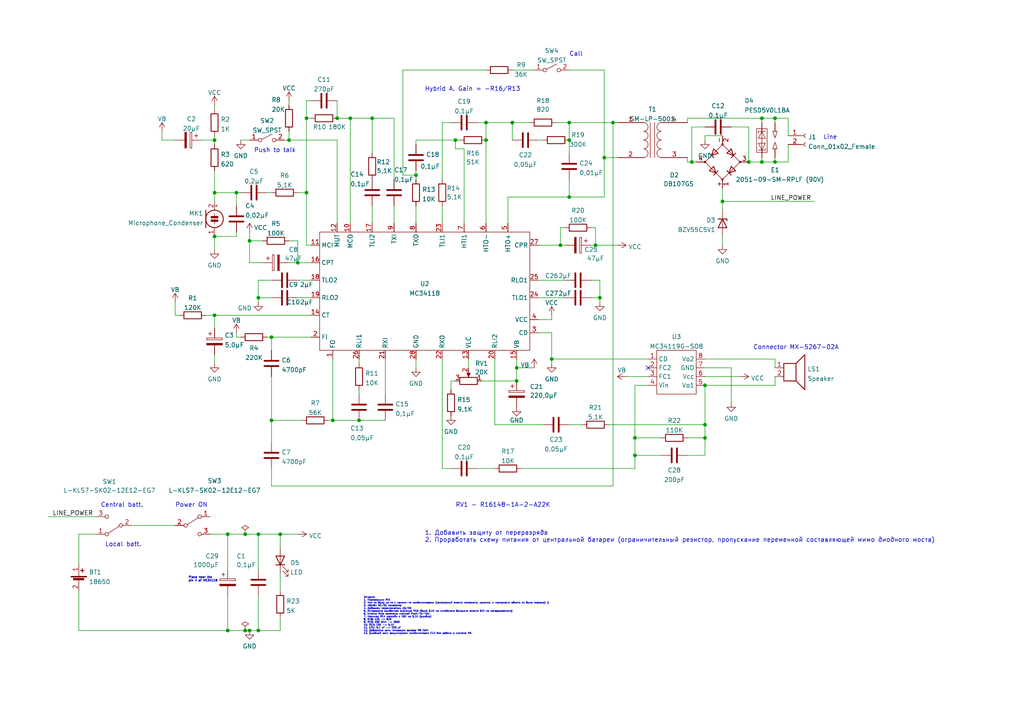
<source format=kicad_sch>
(kicad_sch (version 20211123) (generator eeschema)
  (paper "A4")
  (lib_symbols
    (symbol "Connector:Conn_01x02_Female" (pin_names (offset 1.016) hide)
      (property "Reference" "J" (at 0 2.54 0))
      (property "Value" "Conn_01x02_Female" (at 0 -5.08 0))
      (symbol "Conn_01x02_Female_1_1"
        (pin passive line (at -5.08 0 0) (length 3.81) (name "Pin_1") (number "1"))
        (pin passive line (at -5.08 -2.54 0) (length 3.81) (name "Pin_2") (number "2"))
      )
    )
    (symbol "Device:Battery_Cell" (pin_names (offset 0) hide)
      (property "Reference" "BT" (at 2.54 2.54 0))
      (property "Value" "Battery_Cell" (at 2.54 0 0))
      (symbol "Battery_Cell_1_1"
        (pin passive line (at 0 5.08 270) (length 2.54) (name "+") (number "1"))
        (pin passive line (at 0 -2.54 90) (length 2.54) (name "-") (number "2"))
      )
    )
    (symbol "Device:C" (pin_numbers hide) (pin_names (offset 0.254))
      (property "Reference" "C" (at 0.635 2.54 0))
      (property "Value" "C" (at 0.635 -2.54 0))
      (symbol "C_1_1"
        (pin passive line (at 0 3.81 270) (length 2.794) (name "~") (number "1"))
        (pin passive line (at 0 -3.81 90) (length 2.794) (name "~") (number "2"))
      )
    )
    (symbol "Device:C_Polarized" (pin_numbers hide) (pin_names (offset 0.254))
      (property "Reference" "C" (at 0.635 2.54 0))
      (property "Value" "C_Polarized" (at 0.635 -2.54 0))
      (symbol "C_Polarized_1_1"
        (pin passive line (at 0 3.81 270) (length 2.794) (name "~") (number "1"))
        (pin passive line (at 0 -3.81 90) (length 2.794) (name "~") (number "2"))
      )
    )
    (symbol "Device:D_Bridge_+-AA" (pin_names (offset 0))
      (property "Reference" "D" (at 2.54 6.985 0))
      (property "Value" "D_Bridge_+-AA" (at 2.54 5.08 0))
      (symbol "D_Bridge_+-AA_1_1"
        (pin passive line (at 7.62 0 180) (length 2.54) (name "+") (number "1"))
        (pin passive line (at -7.62 0 0) (length 2.54) (name "-") (number "2"))
        (pin passive line (at 0 7.62 270) (length 2.54) (name "~") (number "3"))
        (pin passive line (at 0 -7.62 90) (length 2.54) (name "~") (number "4"))
      )
    )
    (symbol "Device:LED" (pin_numbers hide) (pin_names (offset 1.016) hide)
      (property "Reference" "D" (at 0 2.54 0))
      (property "Value" "LED" (at 0 -2.54 0))
      (symbol "LED_1_1"
        (pin passive line (at -3.81 0 0) (length 2.54) (name "K") (number "1"))
        (pin passive line (at 3.81 0 180) (length 2.54) (name "A") (number "2"))
      )
    )
    (symbol "Device:Microphone_Condenser" (pin_names (offset 0.0254) hide)
      (property "Reference" "MK" (at -3.302 1.27 0))
      (property "Value" "Microphone_Condenser" (at -3.302 -0.635 0))
      (symbol "Microphone_Condenser_1_1"
        (pin passive line (at 0 -5.08 90) (length 2.54) (name "-") (number "1"))
        (pin passive line (at 0 5.08 270) (length 2.54) (name "+") (number "2"))
      )
    )
    (symbol "Device:R" (pin_numbers hide) (pin_names (offset 0))
      (property "Reference" "R" (at 2.032 0 90))
      (property "Value" "R" (at 0 0 90))
      (symbol "R_1_1"
        (pin passive line (at 0 3.81 270) (length 1.27) (name "~") (number "1"))
        (pin passive line (at 0 -3.81 90) (length 1.27) (name "~") (number "2"))
      )
    )
    (symbol "Device:R_Potentiometer" (pin_names (offset 1.016) hide)
      (property "Reference" "RV" (at -4.445 0 90))
      (property "Value" "R_Potentiometer" (at -2.54 0 90))
      (symbol "R_Potentiometer_1_1"
        (pin passive line (at 0 3.81 270) (length 1.27) (name "1") (number "1"))
        (pin passive line (at 3.81 0 180) (length 1.27) (name "2") (number "2"))
        (pin passive line (at 0 -3.81 90) (length 1.27) (name "3") (number "3"))
      )
    )
    (symbol "Device:SparkGap" (pin_numbers hide) (pin_names (offset 0))
      (property "Reference" "E" (at 0 2.032 0))
      (property "Value" "SparkGap" (at 0 -1.905 0))
      (symbol "SparkGap_1_1"
        (pin passive line (at -5.08 0 0) (length 2.54) (name "~") (number "1"))
        (pin passive line (at 5.08 0 180) (length 2.54) (name "~") (number "2"))
      )
    )
    (symbol "Device:Speaker" (pin_names (offset 0) hide)
      (property "Reference" "LS" (at 1.27 5.715 0))
      (property "Value" "Speaker" (at 1.27 3.81 0))
      (symbol "Speaker_1_1"
        (pin input line (at -5.08 0 0) (length 2.54) (name "1") (number "1"))
        (pin input line (at -5.08 -2.54 0) (length 2.54) (name "2") (number "2"))
      )
    )
    (symbol "Device:Transformer_1P_1S" (pin_names (offset 1.016) hide)
      (property "Reference" "T" (at 0 6.35 0))
      (property "Value" "Transformer_1P_1S" (at 0 -7.62 0))
      (symbol "Transformer_1P_1S_1_1"
        (pin passive line (at -10.16 5.08 0) (length 7.62) (name "AA") (number "1"))
        (pin passive line (at -10.16 -5.08 0) (length 7.62) (name "AB") (number "2"))
        (pin passive line (at 10.16 -5.08 180) (length 7.62) (name "SA") (number "3"))
        (pin passive line (at 10.16 5.08 180) (length 7.62) (name "SB") (number "4"))
      )
    )
    (symbol "Diode:BZV55C5V1" (pin_numbers hide) (pin_names (offset 1.016) hide)
      (property "Reference" "D" (at 0 2.54 0))
      (property "Value" "BZV55C5V1" (at 0 -2.54 0))
      (symbol "BZV55C5V1_1_1"
        (pin passive line (at -3.81 0 0) (length 2.54) (name "K") (number "1"))
        (pin passive line (at 3.81 0 180) (length 2.54) (name "A") (number "2"))
      )
    )
    (symbol "Switch:SW_SPDT" (pin_names (offset 0) hide)
      (property "Reference" "SW" (at 0 4.318 0))
      (property "Value" "SW_SPDT" (at 0 -5.08 0))
      (symbol "SW_SPDT_1_1"
        (pin passive line (at 5.08 2.54 180) (length 2.54) (name "A") (number "1"))
        (pin passive line (at -5.08 0 0) (length 2.54) (name "B") (number "2"))
        (pin passive line (at 5.08 -2.54 180) (length 2.54) (name "C") (number "3"))
      )
    )
    (symbol "Switch:SW_SPST" (pin_names (offset 0) hide)
      (property "Reference" "SW" (at 0 3.175 0))
      (property "Value" "SW_SPST" (at 0 -2.54 0))
      (symbol "SW_SPST_1_1"
        (pin passive line (at -5.08 0 0) (length 2.54) (name "A") (number "1"))
        (pin passive line (at 5.08 0 180) (length 2.54) (name "B") (number "2"))
      )
    )
    (symbol "cave-phone:MC34118"
      (property "Reference" "U" (at 0 2.54 0))
      (property "Value" "MC34118" (at 0 -1.27 0))
      (symbol "MC34118_1_1"
        (pin output line (at -26.67 -20.32 90) (length 2.54) (name "FO") (number "1"))
        (pin output line (at -21.59 19.05 270) (length 2.54) (name "MCO") (number "10"))
        (pin input line (at -33.02 12.7 0) (length 2.54) (name "MCI") (number "11"))
        (pin input line (at -25.4 19.05 270) (length 2.54) (name "MUT") (number "12"))
        (pin input line (at 12.7 -20.32 90) (length 2.54) (name "VLC") (number "13"))
        (pin passive line (at -33.02 -7.62 0) (length 2.54) (name "CT") (number "14"))
        (pin power_out line (at 26.67 -20.32 90) (length 2.54) (name "VB") (number "15"))
        (pin passive line (at -33.02 7.62 0) (length 2.54) (name "CPT") (number "16"))
        (pin input line (at -15.24 19.05 270) (length 2.54) (name "TLI2") (number "17"))
        (pin bidirectional line (at -33.02 2.54 0) (length 2.54) (name "TLO2") (number "18"))
        (pin output line (at -33.02 -2.54 0) (length 2.54) (name "RLO2") (number "19"))
        (pin input line (at -33.02 -13.97 0) (length 2.54) (name "FI") (number "2"))
        (pin input line (at 20.32 -20.32 90) (length 2.54) (name "RLI2") (number "20"))
        (pin input line (at -11.43 -20.32 90) (length 2.54) (name "RXI") (number "21"))
        (pin output line (at 5.08 -20.32 90) (length 2.54) (name "RXO") (number "22"))
        (pin input line (at 5.08 19.05 270) (length 2.54) (name "TLI1") (number "23"))
        (pin bidirectional line (at 33.02 -2.54 180) (length 2.54) (name "TLO1") (number "24"))
        (pin input line (at 33.02 2.54 180) (length 2.54) (name "RLO1") (number "25"))
        (pin input line (at -19.05 -20.32 90) (length 2.54) (name "RLI1") (number "26"))
        (pin passive line (at 33.02 12.7 180) (length 2.54) (name "CPR") (number "27"))
        (pin power_in line (at -2.54 -20.32 90) (length 2.54) (name "GND") (number "28"))
        (pin input line (at 33.02 -12.7 180) (length 2.54) (name "CD") (number "3"))
        (pin power_in line (at 33.02 -8.89 180) (length 2.54) (name "VCC") (number "4"))
        (pin output line (at 24.13 19.05 270) (length 2.54) (name "HTO+") (number "5"))
        (pin output line (at 17.78 19.05 270) (length 2.54) (name "HTO-") (number "6"))
        (pin input line (at 11.43 19.05 270) (length 2.54) (name "HTI1") (number "7"))
        (pin output line (at -2.54 19.05 270) (length 2.54) (name "TXO") (number "8"))
        (pin input line (at -8.89 19.05 270) (length 2.54) (name "TXI") (number "9"))
      )
    )
    (symbol "cave-phone:MC34119G-S08-R"
      (property "Reference" "U" (at -0.635 0 0))
      (property "Value" "MC34119G-S08-R" (at 0 -15.24 0))
      (symbol "MC34119G-S08-R_1_1"
        (pin input line (at -8.89 -3.81 0) (length 2.54) (name "CD") (number "1"))
        (pin passive line (at -8.89 -6.35 0) (length 2.54) (name "FC2") (number "2"))
        (pin passive line (at -8.89 -8.89 0) (length 2.54) (name "FC1") (number "3"))
        (pin input line (at -8.89 -11.43 0) (length 2.54) (name "Vin") (number "4"))
        (pin output line (at 7.62 -11.43 180) (length 2.54) (name "Vo1") (number "5"))
        (pin power_in line (at 7.62 -8.89 180) (length 2.54) (name "Vcc") (number "6"))
        (pin power_in line (at 7.62 -6.35 180) (length 2.54) (name "GND") (number "7"))
        (pin output line (at 7.62 -3.81 180) (length 2.54) (name "Vo2") (number "8"))
      )
    )
    (symbol "cave-phone:PESD5V0L1BA" (pin_numbers hide) (pin_names hide)
      (property "Reference" "D" (at 0 2.54 0))
      (property "Value" "PESD5V0L1BA" (at 0 -2.54 0))
      (symbol "PESD5V0L1BA_1_1"
        (pin passive line (at -5.08 0 0) (length 2.54) (name "K1") (number "1"))
        (pin passive line (at 5.08 0 180) (length 2.54) (name "A") (number "2"))
      )
    )
    (symbol "cave-phone:VB" (power) (pin_names (offset 0))
      (property "Value" "VB" (at 0 3.81 0))
      (symbol "VB_1_1"
        (pin power_in line (at 0 0 90) (length 0) hide (name "VB") (number "1"))
      )
    )
    (symbol "power:GND" (power) (pin_names (offset 0))
      (property "Value" "GND" (at 0 -3.81 0))
      (symbol "GND_1_1"
        (pin power_in line (at 0 0 270) (length 0) hide (name "GND") (number "1"))
      )
    )
    (symbol "power:PWR_FLAG" (power) (pin_numbers hide) (pin_names (offset 0) hide)
      (property "Value" "PWR_FLAG" (at 0 3.81 0))
      (symbol "PWR_FLAG_0_0"
        (pin power_out line (at 0 0 90) (length 0) (name "pwr") (number "1"))
      )
    )
    (symbol "power:VCC" (power) (pin_names (offset 0))
      (property "Value" "VCC" (at 0 3.81 0))
      (symbol "VCC_1_1"
        (pin power_in line (at 0 0 90) (length 0) hide (name "VCC") (number "1"))
      )
    )
  )
  (junction (at 132.08 40.64))
  (junction (at 162.56 71.12))
  (junction (at 148.59 35.56))
  (junction (at 83.82 40.64))
  (junction (at 220.98 46.99))
  (junction (at 68.58 55.88))
  (junction (at 204.47 127))
  (junction (at 140.97 40.64))
  (junction (at 149.86 106.68))
  (junction (at 160.02 104.14))
  (junction (at 78.74 121.92))
  (junction (at 74.93 86.36))
  (junction (at 204.47 123.19))
  (junction (at 173.99 86.36))
  (junction (at 120.65 50.8))
  (junction (at 200.66 46.99))
  (junction (at 88.9 55.88))
  (junction (at 62.23 91.44))
  (junction (at 184.15 132.08))
  (junction (at 107.95 34.29))
  (junction (at 72.39 182.88))
  (junction (at 224.79 34.29))
  (junction (at 165.1 40.64))
  (junction (at 78.74 97.79))
  (junction (at 62.23 68.58))
  (junction (at 140.97 35.56))
  (junction (at 104.14 121.92))
  (junction (at 177.8 35.56))
  (junction (at 72.39 69.85))
  (junction (at 224.79 46.99))
  (junction (at 209.55 58.42))
  (junction (at 71.12 182.88))
  (junction (at 220.98 34.29))
  (junction (at 66.04 154.94))
  (junction (at 88.9 34.29))
  (junction (at 62.23 55.88))
  (junction (at 101.6 34.29))
  (junction (at 86.36 76.2))
  (junction (at 96.52 121.92))
  (junction (at 97.79 34.29))
  (junction (at 165.1 57.15))
  (junction (at 217.17 46.99))
  (junction (at 165.1 35.56))
  (junction (at 175.26 45.72))
  (junction (at 71.12 154.94))
  (junction (at 81.28 154.94))
  (junction (at 74.93 182.88))
  (junction (at 62.23 40.64))
  (junction (at 184.15 127))
  (junction (at 149.86 110.49))
  (junction (at 204.47 111.76))
  (junction (at 172.72 71.12))
  (junction (at 74.93 154.94))
  (junction (at 66.04 182.88))
  (no_connect (at 187.96 106.68))
  (wire (pts (xy 22.86 182.88) (xy 66.04 182.88)))
  (wire (pts (xy 130.81 110.49) (xy 132.08 110.49)))
  (wire (pts (xy 120.65 50.8) (xy 120.65 52.07)))
  (wire (pts (xy 68.58 55.88) (xy 68.58 59.69)))
  (wire (pts (xy 46.99 40.64) (xy 50.8 40.64)))
  (wire (pts (xy 78.74 81.28) (xy 74.93 81.28)))
  (wire (pts (xy 140.97 40.64) (xy 140.97 35.56)))
  (wire (pts (xy 224.79 111.76) (xy 204.47 111.76)))
  (wire (pts (xy 165.1 123.19) (xy 168.91 123.19)))
  (wire (pts (xy 209.55 68.58) (xy 209.55 71.12)))
  (wire (pts (xy 177.8 140.97) (xy 177.8 35.56)))
  (wire (pts (xy 74.93 172.72) (xy 74.93 182.88)))
  (wire (pts (xy 107.95 34.29) (xy 114.3 34.29)))
  (wire (pts (xy 88.9 29.21) (xy 90.17 29.21)))
  (wire (pts (xy 172.72 71.12) (xy 171.45 71.12)))
  (wire (pts (xy 88.9 71.12) (xy 90.17 71.12)))
  (wire (pts (xy 116.84 20.32) (xy 116.84 50.8)))
  (wire (pts (xy 184.15 127) (xy 191.77 127)))
  (wire (pts (xy 77.47 55.88) (xy 78.74 55.88)))
  (wire (pts (xy 82.55 40.64) (xy 83.82 40.64)))
  (wire (pts (xy 96.52 104.14) (xy 96.52 121.92)))
  (wire (pts (xy 128.27 59.69) (xy 128.27 64.77)))
  (wire (pts (xy 81.28 158.75) (xy 81.28 154.94)))
  (wire (pts (xy 114.3 52.07) (xy 114.3 34.29)))
  (wire (pts (xy 220.98 34.29) (xy 220.98 35.56)))
  (wire (pts (xy 200.66 46.99) (xy 201.93 46.99)))
  (wire (pts (xy 171.45 81.28) (xy 173.99 81.28)))
  (wire (pts (xy 204.47 123.19) (xy 204.47 127)))
  (wire (pts (xy 204.47 109.22) (xy 214.63 109.22)))
  (wire (pts (xy 181.61 109.22) (xy 187.96 109.22)))
  (wire (pts (xy 200.66 36.83) (xy 204.47 36.83)))
  (wire (pts (xy 46.99 38.1) (xy 46.99 40.64)))
  (wire (pts (xy 175.26 45.72) (xy 175.26 57.15)))
  (wire (pts (xy 184.15 111.76) (xy 187.96 111.76)))
  (wire (pts (xy 148.59 40.64) (xy 148.59 35.56)))
  (wire (pts (xy 62.23 91.44) (xy 62.23 95.25)))
  (wire (pts (xy 97.79 29.21) (xy 97.79 34.29)))
  (wire (pts (xy 81.28 182.88) (xy 74.93 182.88)))
  (wire (pts (xy 78.74 135.89) (xy 78.74 140.97)))
  (wire (pts (xy 224.79 34.29) (xy 224.79 35.56)))
  (wire (pts (xy 165.1 40.64) (xy 165.1 44.45)))
  (wire (pts (xy 199.39 34.29) (xy 220.98 34.29)))
  (wire (pts (xy 58.42 40.64) (xy 62.23 40.64)))
  (wire (pts (xy 78.74 97.79) (xy 78.74 101.6)))
  (wire (pts (xy 184.15 132.08) (xy 191.77 132.08)))
  (wire (pts (xy 66.04 154.94) (xy 71.12 154.94)))
  (wire (pts (xy 212.09 116.84) (xy 212.09 106.68)))
  (wire (pts (xy 184.15 127) (xy 184.15 111.76)))
  (wire (pts (xy 86.36 154.94) (xy 81.28 154.94)))
  (wire (pts (xy 74.93 182.88) (xy 72.39 182.88)))
  (wire (pts (xy 62.23 68.58) (xy 62.23 72.39)))
  (wire (pts (xy 87.63 121.92) (xy 78.74 121.92)))
  (wire (pts (xy 120.65 104.14) (xy 120.65 106.68)))
  (wire (pts (xy 76.2 76.2) (xy 72.39 76.2)))
  (wire (pts (xy 81.28 154.94) (xy 74.93 154.94)))
  (wire (pts (xy 209.55 58.42) (xy 209.55 54.61)))
  (wire (pts (xy 224.79 45.72) (xy 224.79 46.99)))
  (wire (pts (xy 163.83 66.04) (xy 162.56 66.04)))
  (wire (pts (xy 130.81 135.89) (xy 128.27 135.89)))
  (wire (pts (xy 83.82 29.21) (xy 83.82 30.48)))
  (wire (pts (xy 88.9 34.29) (xy 88.9 55.88)))
  (wire (pts (xy 184.15 135.89) (xy 184.15 132.08)))
  (wire (pts (xy 69.85 40.64) (xy 72.39 40.64)))
  (wire (pts (xy 175.26 20.32) (xy 175.26 45.72)))
  (wire (pts (xy 72.39 76.2) (xy 72.39 69.85)))
  (wire (pts (xy 22.86 163.83) (xy 22.86 154.94)))
  (wire (pts (xy 156.21 40.64) (xy 157.48 40.64)))
  (wire (pts (xy 86.36 81.28) (xy 90.17 81.28)))
  (wire (pts (xy 138.43 135.89) (xy 143.51 135.89)))
  (wire (pts (xy 165.1 20.32) (xy 175.26 20.32)))
  (wire (pts (xy 66.04 165.1) (xy 66.04 154.94)))
  (wire (pts (xy 62.23 40.64) (xy 62.23 41.91)))
  (wire (pts (xy 209.55 58.42) (xy 209.55 60.96)))
  (wire (pts (xy 212.09 36.83) (xy 217.17 36.83)))
  (wire (pts (xy 62.23 102.87) (xy 62.23 105.41)))
  (wire (pts (xy 134.62 64.77) (xy 134.62 43.18)))
  (wire (pts (xy 224.79 106.68) (xy 224.79 104.14)))
  (wire (pts (xy 228.6 41.91) (xy 228.6 46.99)))
  (wire (pts (xy 50.8 87.63) (xy 50.8 91.44)))
  (wire (pts (xy 199.39 46.99) (xy 199.39 45.72)))
  (wire (pts (xy 154.94 106.68) (xy 149.86 106.68)))
  (wire (pts (xy 68.58 67.31) (xy 68.58 68.58)))
  (wire (pts (xy 224.79 34.29) (xy 228.6 34.29)))
  (wire (pts (xy 74.93 86.36) (xy 78.74 86.36)))
  (wire (pts (xy 83.82 40.64) (xy 97.79 40.64)))
  (wire (pts (xy 128.27 135.89) (xy 128.27 104.14)))
  (wire (pts (xy 224.79 46.99) (xy 220.98 46.99)))
  (wire (pts (xy 217.17 46.99) (xy 220.98 46.99)))
  (wire (pts (xy 156.21 96.52) (xy 160.02 96.52)))
  (wire (pts (xy 96.52 121.92) (xy 104.14 121.92)))
  (wire (pts (xy 22.86 154.94) (xy 27.94 154.94)))
  (wire (pts (xy 156.21 71.12) (xy 162.56 71.12)))
  (wire (pts (xy 173.99 87.63) (xy 173.99 86.36)))
  (wire (pts (xy 147.32 57.15) (xy 147.32 64.77)))
  (wire (pts (xy 116.84 20.32) (xy 140.97 20.32)))
  (wire (pts (xy 62.23 55.88) (xy 68.58 55.88)))
  (wire (pts (xy 134.62 43.18) (xy 132.08 43.18)))
  (wire (pts (xy 66.04 182.88) (xy 71.12 182.88)))
  (wire (pts (xy 72.39 69.85) (xy 76.2 69.85)))
  (wire (pts (xy 86.36 55.88) (xy 88.9 55.88)))
  (wire (pts (xy 86.36 69.85) (xy 86.36 76.2)))
  (wire (pts (xy 50.8 91.44) (xy 52.07 91.44)))
  (wire (pts (xy 86.36 76.2) (xy 90.17 76.2)))
  (wire (pts (xy 140.97 64.77) (xy 140.97 40.64)))
  (wire (pts (xy 88.9 34.29) (xy 90.17 34.29)))
  (wire (pts (xy 66.04 172.72) (xy 66.04 182.88)))
  (wire (pts (xy 97.79 40.64) (xy 97.79 64.77)))
  (wire (pts (xy 74.93 154.94) (xy 74.93 165.1)))
  (wire (pts (xy 62.23 49.53) (xy 62.23 55.88)))
  (wire (pts (xy 171.45 86.36) (xy 173.99 86.36)))
  (wire (pts (xy 224.79 104.14) (xy 204.47 104.14)))
  (wire (pts (xy 78.74 121.92) (xy 78.74 109.22)))
  (wire (pts (xy 199.39 127) (xy 204.47 127)))
  (wire (pts (xy 157.48 123.19) (xy 143.51 123.19)))
  (wire (pts (xy 204.47 132.08) (xy 204.47 127)))
  (wire (pts (xy 176.53 123.19) (xy 204.47 123.19)))
  (wire (pts (xy 179.07 45.72) (xy 175.26 45.72)))
  (wire (pts (xy 175.26 57.15) (xy 165.1 57.15)))
  (wire (pts (xy 220.98 34.29) (xy 224.79 34.29)))
  (wire (pts (xy 204.47 39.37) (xy 204.47 40.64)))
  (wire (pts (xy 107.95 59.69) (xy 107.95 64.77)))
  (wire (pts (xy 120.65 49.53) (xy 120.65 50.8)))
  (wire (pts (xy 165.1 52.07) (xy 165.1 57.15)))
  (wire (pts (xy 83.82 69.85) (xy 86.36 69.85)))
  (wire (pts (xy 204.47 111.76) (xy 204.47 123.19)))
  (wire (pts (xy 59.69 91.44) (xy 62.23 91.44)))
  (wire (pts (xy 220.98 45.72) (xy 220.98 46.99)))
  (wire (pts (xy 88.9 55.88) (xy 88.9 71.12)))
  (wire (pts (xy 74.93 154.94) (xy 71.12 154.94)))
  (wire (pts (xy 156.21 81.28) (xy 163.83 81.28)))
  (wire (pts (xy 173.99 86.36) (xy 173.99 81.28)))
  (wire (pts (xy 81.28 166.37) (xy 81.28 171.45)))
  (wire (pts (xy 162.56 66.04) (xy 162.56 71.12)))
  (wire (pts (xy 140.97 35.56) (xy 138.43 35.56)))
  (wire (pts (xy 104.14 104.14) (xy 104.14 105.41)))
  (wire (pts (xy 143.51 123.19) (xy 143.51 104.14)))
  (wire (pts (xy 78.74 140.97) (xy 177.8 140.97)))
  (wire (pts (xy 177.8 35.56) (xy 179.07 35.56)))
  (wire (pts (xy 111.76 104.14) (xy 111.76 114.3)))
  (wire (pts (xy 172.72 66.04) (xy 172.72 71.12)))
  (wire (pts (xy 22.86 182.88) (xy 22.86 171.45)))
  (wire (pts (xy 71.12 182.88) (xy 72.39 182.88)))
  (wire (pts (xy 101.6 64.77) (xy 101.6 34.29)))
  (wire (pts (xy 68.58 96.52) (xy 68.58 97.79)))
  (wire (pts (xy 165.1 57.15) (xy 147.32 57.15)))
  (wire (pts (xy 199.39 46.99) (xy 200.66 46.99)))
  (wire (pts (xy 160.02 91.44) (xy 160.02 92.71)))
  (wire (pts (xy 62.23 55.88) (xy 62.23 58.42)))
  (wire (pts (xy 62.23 39.37) (xy 62.23 40.64)))
  (wire (pts (xy 83.82 38.1) (xy 83.82 40.64)))
  (wire (pts (xy 156.21 86.36) (xy 163.83 86.36)))
  (wire (pts (xy 101.6 34.29) (xy 107.95 34.29)))
  (wire (pts (xy 200.66 36.83) (xy 200.66 46.99)))
  (wire (pts (xy 72.39 67.31) (xy 72.39 69.85)))
  (wire (pts (xy 139.7 110.49) (xy 149.86 110.49)))
  (wire (pts (xy 212.09 106.68) (xy 204.47 106.68)))
  (wire (pts (xy 209.55 58.42) (xy 236.22 58.42)))
  (wire (pts (xy 132.08 43.18) (xy 132.08 40.64)))
  (wire (pts (xy 130.81 113.03) (xy 130.81 110.49)))
  (wire (pts (xy 149.86 106.68) (xy 149.86 110.49)))
  (wire (pts (xy 74.93 81.28) (xy 74.93 86.36)))
  (wire (pts (xy 78.74 97.79) (xy 90.17 97.79)))
  (wire (pts (xy 165.1 40.64) (xy 165.1 35.56)))
  (wire (pts (xy 120.65 59.69) (xy 120.65 64.77)))
  (wire (pts (xy 199.39 34.29) (xy 199.39 35.56)))
  (wire (pts (xy 78.74 121.92) (xy 78.74 128.27)))
  (wire (pts (xy 162.56 71.12) (xy 163.83 71.12)))
  (wire (pts (xy 107.95 44.45) (xy 107.95 34.29)))
  (wire (pts (xy 228.6 46.99) (xy 224.79 46.99)))
  (wire (pts (xy 165.1 35.56) (xy 177.8 35.56)))
  (wire (pts (xy 83.82 76.2) (xy 86.36 76.2)))
  (wire (pts (xy 148.59 35.56) (xy 153.67 35.56)))
  (wire (pts (xy 62.23 91.44) (xy 90.17 91.44)))
  (wire (pts (xy 81.28 179.07) (xy 81.28 182.88)))
  (wire (pts (xy 172.72 66.04) (xy 171.45 66.04)))
  (wire (pts (xy 62.23 30.48) (xy 62.23 31.75)))
  (wire (pts (xy 68.58 97.79) (xy 69.85 97.79)))
  (wire (pts (xy 38.1 152.4) (xy 50.8 152.4)))
  (wire (pts (xy 199.39 132.08) (xy 204.47 132.08)))
  (wire (pts (xy 77.47 97.79) (xy 78.74 97.79)))
  (wire (pts (xy 120.65 40.64) (xy 120.65 41.91)))
  (wire (pts (xy 95.25 121.92) (xy 96.52 121.92)))
  (wire (pts (xy 86.36 86.36) (xy 90.17 86.36)))
  (wire (pts (xy 13.97 149.86) (xy 27.94 149.86)))
  (wire (pts (xy 68.58 55.88) (xy 69.85 55.88)))
  (wire (pts (xy 209.55 39.37) (xy 204.47 39.37)))
  (wire (pts (xy 151.13 135.89) (xy 184.15 135.89)))
  (wire (pts (xy 114.3 59.69) (xy 114.3 64.77)))
  (wire (pts (xy 104.14 113.03) (xy 104.14 114.3)))
  (wire (pts (xy 184.15 132.08) (xy 184.15 127)))
  (wire (pts (xy 68.58 68.58) (xy 62.23 68.58)))
  (wire (pts (xy 60.96 154.94) (xy 66.04 154.94)))
  (wire (pts (xy 149.86 104.14) (xy 149.86 106.68)))
  (wire (pts (xy 160.02 104.14) (xy 160.02 105.41)))
  (wire (pts (xy 88.9 29.21) (xy 88.9 34.29)))
  (wire (pts (xy 128.27 52.07) (xy 128.27 35.56)))
  (wire (pts (xy 187.96 104.14) (xy 160.02 104.14)))
  (wire (pts (xy 97.79 34.29) (xy 101.6 34.29)))
  (wire (pts (xy 116.84 50.8) (xy 120.65 50.8)))
  (wire (pts (xy 135.89 104.14) (xy 135.89 106.68)))
  (wire (pts (xy 217.17 36.83) (xy 217.17 46.99)))
  (wire (pts (xy 228.6 34.29) (xy 228.6 39.37)))
  (wire (pts (xy 128.27 35.56) (xy 130.81 35.56)))
  (wire (pts (xy 140.97 35.56) (xy 148.59 35.56)))
  (wire (pts (xy 160.02 92.71) (xy 156.21 92.71)))
  (wire (pts (xy 148.59 20.32) (xy 154.94 20.32)))
  (wire (pts (xy 172.72 71.12) (xy 179.07 71.12)))
  (wire (pts (xy 160.02 104.14) (xy 160.02 96.52)))
  (wire (pts (xy 224.79 109.22) (xy 224.79 111.76)))
  (wire (pts (xy 133.35 40.64) (xy 132.08 40.64)))
  (wire (pts (xy 165.1 35.56) (xy 161.29 35.56)))
  (wire (pts (xy 104.14 121.92) (xy 111.76 121.92)))
  (wire (pts (xy 132.08 40.64) (xy 120.65 40.64)))
  (wire (pts (xy 74.93 86.36) (xy 74.93 87.63)))
  (text "Connector MX-5267-02A" (at 218.44 101.6 0) (effects (font (size 1.27 1.27)) (justify left bottom)))
  (text "Central batt." (at 29.21 147.32 0) (effects (font (size 1.27 1.27)) (justify left bottom)))
  (text "1. Добавить защиту от переразряда\n2. Проработать схему питания от центральной батареи (ограничительный резистор, пропускание переменной составляющей мимо диодного моста)" (at 123.19 157.48 0) (effects (font (size 1.27 1.27)) (justify left bottom)))
  (text "Hybrid A. Gain = -R16/R13" (at 123.19 26.67 0) (effects (font (size 1.27 1.27)) (justify left bottom)))
  (text "Call" (at 165.1 16.51 0) (effects (font (size 1.27 1.27)) (justify left bottom)))
  (text "Push to talk" (at 73.66 44.45 0) (effects (font (size 1.27 1.27)) (justify left bottom)))
  (text "Place near the\npin 4 of MC34118" (at 54.61 168.91 0) (effects (font (size 0.6 0.6)) (justify left bottom)))
  (text "Power ON" (at 50.8 147.32 0) (effects (font (size 1.27 1.27)) (justify left bottom)))
  (text "История:\n1. Перевернули RV1\n2. Что-то было не то с какими-то конденсаторами (неполярный вместо полярного, кажется, и полярность одного из была неверна) :)\n3. Удалён DC/DC конвертер\n4. Добавлен переключатель ЦБ/МБ\n5. Исправлено ошибочное значение R16 (было 5.1К из китайского даташита вместо 51К из мотороловского)\n6. Кнопка Mute заменена кнопкой Push-To-Talk\n7. Номинал R14 изменён с 10К на 5,1К (ошибка)\n8. R18: 420 -> 820\n9. R19: 330 Ohm -> 300K\n10. R12: 10K -> 5,1K\n11. C21: 0,1 uF -> 220 uF\n12. Добавлена цепь генерации вызова R9-SW4\n13. Диодный мост зашунтирован конденсатором С12 для работы в системе МБ" (at 105.41 184.15 0) (effects (font (size 0.5 0.5)) (justify left bottom)))
  (text "RV1 - R16148-1A-2-A22K" (at 132.08 147.32 0) (effects (font (size 1.27 1.27)) (justify left bottom)))
  (text "Line" (at 238.76 40.64 0) (effects (font (size 1.27 1.27)) (justify left bottom)))
  (text "Local batt." (at 30.48 158.75 0) (effects (font (size 1.27 1.27)) (justify left bottom)))
  (label "LINE_POWER" (at 223.52 58.42 0))
  (label "LINE_POWER" (at 15.24 149.86 0))
  (symbol (lib_id "Device:C") (at 82.55 86.36 90) (unit 1)
    (property "Reference" "C10" (at 85.09 87.63 90))
    (property "Value" "2µF" (at 88.9 87.63 90))
    (property "Footprint" "Capacitor_SMD:C_0805_2012Metric_Pad1.18x1.45mm_HandSolder" (effects hide))
  )
  (symbol (lib_id "Device:C_Polarized") (at 80.01 76.2 90) (mirror x) (unit 1)
    (property "Reference" "C8" (at 85.09 72.39 90))
    (property "Value" "47µF" (at 85.09 74.93 90))
    (property "Footprint" "Capacitor_Tantalum_SMD:CP_EIA-3528-21_Kemet-B_Pad1.50x2.35mm_HandSolder" (effects hide))
  )
  (symbol (lib_id "Device:R") (at 83.82 34.29 180) (unit 1)
    (property "Reference" "R8" (at 78.74 28.9749 0) (effects (justify right)))
    (property "Value" "20K" (at 78.74 31.75 0) (effects (justify right)))
    (property "Footprint" "Capacitor_SMD:C_0805_2012Metric_Pad1.18x1.45mm_HandSolder" (effects hide))
  )
  (symbol (lib_id "Device:C") (at 165.1 48.26 0) (unit 1)
    (property "Reference" "C24" (at 168.021 47.3515 0) (effects (justify left)))
    (property "Value" "0,01µF" (at 168.021 50.1266 0) (effects (justify left)))
    (property "Footprint" "Capacitor_SMD:C_0805_2012Metric_Pad1.18x1.45mm_HandSolder" (effects hide))
  )
  (symbol (lib_id "power:GND") (at 160.02 105.41 0) (unit 1)
    (property "Reference" "#PWR017" (effects hide))
    (property "Value" "GND" (at 160.02 109.9725 0))
  )
  (symbol (lib_id "cave-phone:MC34118") (at 123.19 83.82 0) (unit 1)
    (property "Reference" "U2" (at 123.19 82.3149 0))
    (property "Value" "MC34118" (at 123.19 85.09 0))
    (property "Footprint" "Package_SO:SOIC-28W_7.5x17.9mm_P1.27mm" (effects hide))
    (property "Datasheet" "http://www.unisonic.com.tw/datasheet/MC34118.pdf" (effects hide))
  )
  (symbol (lib_id "power:GND") (at 62.23 105.41 0) (unit 1)
    (property "Reference" "#PWR05" (effects hide))
    (property "Value" "GND" (at 62.23 109.9725 0))
  )
  (symbol (lib_id "power:VCC") (at 214.63 109.22 270) (unit 1)
    (property "Reference" "#PWR025" (effects hide))
    (property "Value" "VCC" (at 217.805 109.699 90) (effects (justify left)))
  )
  (symbol (lib_id "Device:C") (at 167.64 86.36 270) (unit 1)
    (property "Reference" "C27" (at 160.02 85.09 90))
    (property "Value" "2µF" (at 163.83 85.09 90))
    (property "Footprint" "Capacitor_SMD:C_0805_2012Metric_Pad1.18x1.45mm_HandSolder" (effects hide))
  )
  (symbol (lib_id "cave-phone:VB") (at 50.8 87.63 0) (unit 1)
    (property "Reference" "#PWR02" (effects hide))
    (property "Value" "VB" (at 50.8 84.0255 0))
  )
  (symbol (lib_id "power:GND") (at 173.99 87.63 0) (unit 1)
    (property "Reference" "#PWR018" (effects hide))
    (property "Value" "GND" (at 173.99 92.1925 0))
  )
  (symbol (lib_id "Device:C") (at 208.28 36.83 270) (unit 1)
    (property "Reference" "C12" (at 208.28 30.7045 90))
    (property "Value" "0,1µF" (at 208.28 33.4796 90))
    (property "Footprint" "Capacitor_SMD:C_0805_2012Metric_Pad1.18x1.45mm_HandSolder" (effects hide))
  )
  (symbol (lib_id "cave-phone:MC34119G-S08-R") (at 196.85 100.33 0) (unit 1)
    (property "Reference" "U3" (at 196.215 97.6843 0))
    (property "Value" "MC34119G-SO8" (at 196.215 100.4594 0))
    (property "Footprint" "Package_SO:SOP-8_3.9x4.9mm_P1.27mm" (effects hide))
    (property "Datasheet" "http://www.unisonic.com.tw/datasheet/MC34119.pdf" (effects hide))
  )
  (symbol (lib_id "Device:R_Potentiometer") (at 135.89 110.49 270) (mirror x) (unit 1)
    (property "Reference" "RV1" (at 139.7 105.41 90))
    (property "Value" "20K" (at 139.7 107.95 90))
    (property "Footprint" "Potentiometer_THT:Potentiometer_Alps_RK163_Single_Horizontal" (effects hide))
  )
  (symbol (lib_id "Device:C") (at 104.14 118.11 180) (unit 1)
    (property "Reference" "C13" (at 101.6 124.2249 0) (effects (justify right)))
    (property "Value" "0,05µF" (at 101.6 127 0) (effects (justify right)))
    (property "Footprint" "Capacitor_SMD:C_0805_2012Metric_Pad1.18x1.45mm_HandSolder" (effects hide))
  )
  (symbol (lib_id "power:GND") (at 130.81 120.65 0) (unit 1)
    (property "Reference" "#PWR013" (effects hide))
    (property "Value" "GND" (at 130.81 125.2125 0))
  )
  (symbol (lib_id "power:GND") (at 120.65 106.68 0) (unit 1)
    (property "Reference" "#PWR012" (effects hide))
    (property "Value" "GND" (at 120.65 111.2425 0))
  )
  (symbol (lib_id "Device:R") (at 62.23 45.72 180) (unit 1)
    (property "Reference" "R3" (at 64.008 44.8115 0) (effects (justify right)))
    (property "Value" "620" (at 64.008 47.5866 0) (effects (justify right)))
    (property "Footprint" "Capacitor_SMD:C_0805_2012Metric_Pad1.18x1.45mm_HandSolder" (effects hide))
  )
  (symbol (lib_id "Device:Microphone_Condenser") (at 62.23 63.5 0) (unit 1)
    (property "Reference" "MK1" (at 58.928 61.893 0) (effects (justify right)))
    (property "Value" "Microphone_Condenser" (at 58.928 64.6681 0) (effects (justify right)))
    (property "Footprint" "snapeda-mic:MIC_CMA-4544PF-W" (effects hide))
  )
  (symbol (lib_id "Connector:Conn_01x02_Female") (at 233.68 39.37 0) (unit 1)
    (property "Reference" "J1" (at 234.3912 39.7315 0) (effects (justify left)))
    (property "Value" "Conn_01x02_Female" (at 234.3912 42.5066 0) (effects (justify left)))
    (property "Footprint" "Connector_Molex:Molex_SPOX_5267-02A_1x02_P2.50mm_Vertical" (effects hide))
  )
  (symbol (lib_id "Device:R") (at 161.29 40.64 270) (unit 1)
    (property "Reference" "R19" (at 167.64 39.1349 90))
    (property "Value" "300K" (at 167.64 41.91 90))
    (property "Footprint" "Capacitor_SMD:C_0805_2012Metric_Pad1.18x1.45mm_HandSolder" (effects hide))
  )
  (symbol (lib_id "power:GND") (at 149.86 118.11 0) (unit 1)
    (property "Reference" "#PWR014" (effects hide))
    (property "Value" "GND" (at 149.86 121.92 0))
  )
  (symbol (lib_id "Device:C_Polarized") (at 149.86 114.3 0) (unit 1)
    (property "Reference" "C21" (at 153.67 112.1409 0) (effects (justify left)))
    (property "Value" "220,0µF" (at 153.67 114.6809 0) (effects (justify left)))
    (property "Footprint" "Capacitor_Tantalum_SMD:CP_EIA-3528-21_Kemet-B_Pad1.50x2.35mm_HandSolder" (effects hide))
  )
  (symbol (lib_id "Device:C") (at 82.55 81.28 90) (unit 1)
    (property "Reference" "C9" (at 85.09 82.55 90))
    (property "Value" "2µF" (at 88.9 82.55 90))
    (property "Footprint" "Capacitor_SMD:C_0805_2012Metric_Pad1.18x1.45mm_HandSolder" (effects hide))
  )
  (symbol (lib_id "Device:C") (at 73.66 55.88 90) (unit 1)
    (property "Reference" "C5" (at 73.66 49.7545 90))
    (property "Value" "0,2µF" (at 73.66 52.5296 90))
    (property "Footprint" "Capacitor_SMD:C_0805_2012Metric_Pad1.18x1.45mm_HandSolder" (effects hide))
  )
  (symbol (lib_id "Switch:SW_SPDT") (at 33.02 152.4 180) (unit 1)
    (property "Reference" "SW1" (at 31.75 139.7 0))
    (property "Value" "L-KLS7-SK02-12E12-EG7" (at 31.75 142.2369 0))
    (property "Footprint" "cave-phone:KLS7-SK02-12E12" (effects hide))
  )
  (symbol (lib_id "power:GND") (at 72.39 182.88 0) (unit 1)
    (property "Reference" "#PWR011" (effects hide))
    (property "Value" "GND" (at 72.39 187.4425 0))
  )
  (symbol (lib_id "Device:C_Polarized") (at 167.64 71.12 270) (unit 1)
    (property "Reference" "C25" (at 171.45 72.39 90))
    (property "Value" "47µF" (at 172.72 74.93 90))
    (property "Footprint" "Capacitor_Tantalum_SMD:CP_EIA-3528-21_Kemet-B_Pad1.50x2.35mm_HandSolder" (effects hide))
  )
  (symbol (lib_id "Device:C_Polarized") (at 54.61 40.64 270) (unit 1)
    (property "Reference" "C2" (at 55.499 34.5145 90))
    (property "Value" "20µF" (at 55.499 37.2896 90))
    (property "Footprint" "Capacitor_Tantalum_SMD:CP_EIA-3528-21_Kemet-B_Pad1.50x2.35mm_HandSolder" (effects hide))
  )
  (symbol (lib_id "Device:R") (at 80.01 69.85 90) (unit 1)
    (property "Reference" "R5" (at 80.01 64.8675 90))
    (property "Value" "100K" (at 80.01 67.6426 90))
    (property "Footprint" "Capacitor_SMD:C_0805_2012Metric_Pad1.18x1.45mm_HandSolder" (effects hide))
  )
  (symbol (lib_id "Device:C") (at 93.98 29.21 270) (unit 1)
    (property "Reference" "C11" (at 93.98 23.0845 90))
    (property "Value" "270pF" (at 93.98 25.8596 90))
    (property "Footprint" "Capacitor_SMD:C_0805_2012Metric_Pad1.18x1.45mm_HandSolder" (effects hide))
  )
  (symbol (lib_id "Device:C") (at 111.76 118.11 180) (unit 1)
    (property "Reference" "C15" (at 114.681 117.2015 0) (effects (justify right)))
    (property "Value" "0,1µF" (at 114.681 119.9766 0) (effects (justify right)))
    (property "Footprint" "Capacitor_SMD:C_0805_2012Metric_Pad1.18x1.45mm_HandSolder" (effects hide))
  )
  (symbol (lib_id "Device:R") (at 73.66 97.79 90) (unit 1)
    (property "Reference" "R4" (at 73.66 100.9555 90))
    (property "Value" "220K" (at 73.66 103.7306 90))
    (property "Footprint" "Capacitor_SMD:C_0805_2012Metric_Pad1.18x1.45mm_HandSolder" (effects hide))
  )
  (symbol (lib_id "Device:R") (at 93.98 34.29 90) (unit 1)
    (property "Reference" "R10" (at 92.71 36.83 90))
    (property "Value" "180K" (at 97.79 36.83 90))
    (property "Footprint" "Capacitor_SMD:C_0805_2012Metric_Pad1.18x1.45mm_HandSolder" (effects hide))
  )
  (symbol (lib_id "Device:R") (at 167.64 66.04 270) (unit 1)
    (property "Reference" "R20" (at 167.64 61.0575 90))
    (property "Value" "100K" (at 167.64 63.8326 90))
    (property "Footprint" "Capacitor_SMD:C_0805_2012Metric_Pad1.18x1.45mm_HandSolder" (effects hide))
  )
  (symbol (lib_id "Device:D_Bridge_+-AA") (at 209.55 46.99 270) (unit 1)
    (property "Reference" "D2" (at 195.58 50.8 90))
    (property "Value" "DB107GS" (at 196.85 53.34 90))
    (property "Footprint" "Diode_SMD:Diode_Bridge_Vishay_DFS" (effects hide))
  )
  (symbol (lib_id "Switch:SW_SPST") (at 77.47 40.64 0) (unit 1)
    (property "Reference" "SW2" (at 77.47 35.0225 0))
    (property "Value" "SW_SPST" (at 77.47 37.7976 0))
    (property "Footprint" "Button_Switch_SMD:SW_Push_1P1T_NO_6x6mm_H9.5mm" (effects hide))
  )
  (symbol (lib_id "power:VCC") (at 62.23 30.48 0) (unit 1)
    (property "Reference" "#PWR03" (effects hide))
    (property "Value" "VCC" (at 62.23 26.8755 0))
  )
  (symbol (lib_id "power:GND") (at 209.55 71.12 0) (unit 1)
    (property "Reference" "#PWR023" (effects hide))
    (property "Value" "GND" (at 209.55 75.6825 0))
  )
  (symbol (lib_id "Device:C_Polarized") (at 66.04 168.91 0) (unit 1)
    (property "Reference" "C29" (at 63.5 161.29 0) (effects (justify right)))
    (property "Value" "1000µF" (at 63.5 163.8269 0) (effects (justify right)))
    (property "Footprint" "Capacitor_SMD:CP_Elec_10x10.5" (effects hide))
  )
  (symbol (lib_id "Device:R") (at 128.27 55.88 180) (unit 1)
    (property "Reference" "R14" (at 129.54 54.61 0) (effects (justify right)))
    (property "Value" "5,1K" (at 129.54 57.15 0) (effects (justify right)))
    (property "Footprint" "Capacitor_SMD:C_0805_2012Metric_Pad1.18x1.45mm_HandSolder" (effects hide))
  )
  (symbol (lib_id "Device:C") (at 134.62 135.89 270) (unit 1)
    (property "Reference" "C20" (at 134.62 129.7645 90))
    (property "Value" "0,1µF" (at 134.62 132.5396 90))
    (property "Footprint" "Capacitor_SMD:C_0805_2012Metric_Pad1.18x1.45mm_HandSolder" (effects hide))
  )
  (symbol (lib_id "cave-phone:PESD5V0L1BA") (at 220.98 40.64 90) (unit 1)
    (property "Reference" "D4" (at 215.9 29.21 90) (effects (justify right)))
    (property "Value" "PESD5V0L1BA" (at 215.9 31.9851 90) (effects (justify right)))
    (property "Footprint" "Diode_SMD:D_SOD-323" (effects hide))
    (property "Datasheet" "https://assets.nexperia.com/documents/data-sheet/PESDXL1BA_SER.pdf" (effects hide))
  )
  (symbol (lib_id "power:GND") (at 204.47 40.64 0) (unit 1)
    (property "Reference" "#PWR022" (effects hide))
    (property "Value" "GND" (at 204.47 45.2025 0))
  )
  (symbol (lib_id "Device:C") (at 78.74 132.08 180) (unit 1)
    (property "Reference" "C7" (at 81.661 131.1715 0) (effects (justify right)))
    (property "Value" "4700pF" (at 81.661 133.9466 0) (effects (justify right)))
    (property "Footprint" "Capacitor_SMD:C_0805_2012Metric_Pad1.18x1.45mm_HandSolder" (effects hide))
  )
  (symbol (lib_id "power:VCC") (at 160.02 91.44 0) (unit 1)
    (property "Reference" "#PWR016" (effects hide))
    (property "Value" "VCC" (at 160.02 87.8355 0))
  )
  (symbol (lib_id "Device:Transformer_1P_1S") (at 189.23 40.64 0) (unit 1)
    (property "Reference" "T1" (at 189.2427 31.7203 0))
    (property "Value" "SM-LP-5001" (at 189.2427 34.4954 0))
    (property "Footprint" "cave-phone:SM-LP-5001" (effects hide))
  )
  (symbol (lib_id "power:GND") (at 74.93 87.63 0) (unit 1)
    (property "Reference" "#PWR09" (effects hide))
    (property "Value" "GND" (at 73.0251 89.379 0) (effects (justify right)))
  )
  (symbol (lib_id "cave-phone:VB") (at 68.58 96.52 0) (unit 1)
    (property "Reference" "#PWR06" (effects hide))
    (property "Value" "VB" (at 68.58 92.9155 0))
  )
  (symbol (lib_id "power:VCC") (at 86.36 154.94 270) (unit 1)
    (property "Reference" "#PWR010" (effects hide))
    (property "Value" "VCC" (at 89.535 155.419 90) (effects (justify left)))
  )
  (symbol (lib_id "Device:R") (at 195.58 127 270) (unit 1)
    (property "Reference" "R22" (at 195.58 122.0175 90))
    (property "Value" "110K" (at 195.58 124.7926 90))
    (property "Footprint" "Capacitor_SMD:C_0805_2012Metric_Pad1.18x1.45mm_HandSolder" (effects hide))
  )
  (symbol (lib_id "power:GND") (at 69.85 40.64 0) (unit 1)
    (property "Reference" "#PWR07" (effects hide))
    (property "Value" "GND" (at 69.85 45.2025 0))
  )
  (symbol (lib_id "Device:C_Polarized") (at 62.23 99.06 0) (unit 1)
    (property "Reference" "C3" (at 65.151 97.2625 0) (effects (justify left)))
    (property "Value" "5,0µF" (at 65.151 100.0376 0) (effects (justify left)))
    (property "Footprint" "Capacitor_Tantalum_SMD:CP_EIA-3528-21_Kemet-B_Pad1.50x2.35mm_HandSolder" (effects hide))
  )
  (symbol (lib_id "Device:R") (at 104.14 109.22 180) (unit 1)
    (property "Reference" "R11" (at 105.918 108.3115 0) (effects (justify right)))
    (property "Value" "10K" (at 105.918 111.0866 0) (effects (justify right)))
    (property "Footprint" "Capacitor_SMD:C_0805_2012Metric_Pad1.18x1.45mm_HandSolder" (effects hide))
  )
  (symbol (lib_id "Device:R") (at 137.16 40.64 270) (unit 1)
    (property "Reference" "R16" (at 137.16 44.45 90))
    (property "Value" "51K" (at 137.16 46.99 90))
    (property "Footprint" "Capacitor_SMD:C_0805_2012Metric_Pad1.18x1.45mm_HandSolder" (effects hide))
  )
  (symbol (lib_id "Device:C") (at 120.65 45.72 180) (unit 1)
    (property "Reference" "C18" (at 123.571 44.8115 0) (effects (justify right)))
    (property "Value" "0,1µF" (at 121.92 48.26 0) (effects (justify right)))
    (property "Footprint" "Capacitor_SMD:C_0805_2012Metric_Pad1.18x1.45mm_HandSolder" (effects hide))
  )
  (symbol (lib_id "Device:R") (at 172.72 123.19 270) (unit 1)
    (property "Reference" "R21" (at 172.72 118.2075 90))
    (property "Value" "5,1K" (at 172.72 120.9826 90))
    (property "Footprint" "Capacitor_SMD:C_0805_2012Metric_Pad1.18x1.45mm_HandSolder" (effects hide))
  )
  (symbol (lib_id "Device:LED") (at 81.28 162.56 90) (unit 1)
    (property "Reference" "D5" (at 84.201 163.239 90) (effects (justify right)))
    (property "Value" "LED" (at 84.201 166.0141 90) (effects (justify right)))
    (property "Footprint" "LED_THT:LED_D3.0mm" (effects hide))
  )
  (symbol (lib_id "Device:R") (at 144.78 20.32 270) (unit 1)
    (property "Reference" "R9" (at 151.13 18.8149 90))
    (property "Value" "36K" (at 151.13 21.59 90))
    (property "Footprint" "Capacitor_SMD:C_0805_2012Metric_Pad1.18x1.45mm_HandSolder" (effects hide))
  )
  (symbol (lib_id "power:VCC") (at 72.39 67.31 0) (unit 1)
    (property "Reference" "#PWR08" (effects hide))
    (property "Value" "VCC" (at 73.66 66.04 0) (effects (justify left)))
  )
  (symbol (lib_id "power:VCC") (at 83.82 29.21 0) (unit 1)
    (property "Reference" "#PWR021" (effects hide))
    (property "Value" "VCC" (at 83.82 25.6055 0))
  )
  (symbol (lib_id "Device:R") (at 81.28 175.26 0) (unit 1)
    (property "Reference" "R23" (at 83.058 174.3515 0) (effects (justify left)))
    (property "Value" "5K" (at 83.058 177.1266 0) (effects (justify left)))
    (property "Footprint" "Capacitor_SMD:C_0805_2012Metric_Pad1.18x1.45mm_HandSolder" (effects hide))
  )
  (symbol (lib_id "Device:C") (at 114.3 55.88 180) (unit 1)
    (property "Reference" "C17" (at 114.3 49.2949 0) (effects (justify right)))
    (property "Value" "0,1µF" (at 114.3 52.07 0) (effects (justify right)))
    (property "Footprint" "Capacitor_SMD:C_0805_2012Metric_Pad1.18x1.45mm_HandSolder" (effects hide))
  )
  (symbol (lib_id "Device:R") (at 82.55 55.88 90) (unit 1)
    (property "Reference" "R6" (at 82.55 50.8975 90))
    (property "Value" "5,1K" (at 82.55 53.6726 90))
    (property "Footprint" "Capacitor_SMD:C_0805_2012Metric_Pad1.18x1.45mm_HandSolder" (effects hide))
  )
  (symbol (lib_id "cave-phone:VB") (at 181.61 109.22 90) (unit 1)
    (property "Reference" "#PWR020" (effects hide))
    (property "Value" "VB" (at 180.34 107.3935 90))
  )
  (symbol (lib_id "Device:C") (at 195.58 132.08 270) (unit 1)
    (property "Reference" "C28" (at 195.58 136.3885 90))
    (property "Value" "200pF" (at 195.58 139.1636 90))
    (property "Footprint" "Capacitor_SMD:C_0805_2012Metric_Pad1.18x1.45mm_HandSolder" (effects hide))
  )
  (symbol (lib_id "Device:C") (at 152.4 40.64 270) (unit 1)
    (property "Reference" "C22" (at 152.4 44.9485 90))
    (property "Value" "0,05µF" (at 152.4 47.7236 90))
    (property "Footprint" "Capacitor_SMD:C_0805_2012Metric_Pad1.18x1.45mm_HandSolder" (effects hide))
  )
  (symbol (lib_id "Device:C") (at 74.93 168.91 0) (unit 1)
    (property "Reference" "C1" (at 68.58 161.2931 0) (effects (justify left)))
    (property "Value" "0,1µF" (at 68.58 163.83 0) (effects (justify left)))
    (property "Footprint" "Capacitor_SMD:C_0805_2012Metric_Pad1.18x1.45mm_HandSolder" (effects hide))
  )
  (symbol (lib_id "Device:R") (at 62.23 35.56 180) (unit 1)
    (property "Reference" "R2" (at 64.008 34.6515 0) (effects (justify right)))
    (property "Value" "1K" (at 64.008 37.4266 0) (effects (justify right)))
    (property "Footprint" "Capacitor_SMD:C_0805_2012Metric_Pad1.18x1.45mm_HandSolder" (effects hide))
  )
  (symbol (lib_id "Switch:SW_SPDT") (at 55.88 152.4 0) (unit 1)
    (property "Reference" "SW3" (at 62.23 139.4649 0))
    (property "Value" "L-KLS7-SK02-12E12-EG7" (at 62.23 142.24 0))
    (property "Footprint" "cave-phone:KLS7-SK02-12E12" (effects hide))
  )
  (symbol (lib_id "Diode:BZV55C5V1") (at 209.55 64.77 270) (unit 1)
    (property "Reference" "D3" (at 207.518 63.8615 90) (effects (justify right)))
    (property "Value" "BZV55C5V1" (at 207.518 66.6366 90) (effects (justify right)))
    (property "Footprint" "Diode_SMD:D_MiniMELF" (effects hide))
    (property "Datasheet" "https://assets.nexperia.com/documents/data-sheet/BZV55_SER.pdf" (effects hide))
  )
  (symbol (lib_id "Device:R") (at 130.81 116.84 180) (unit 1)
    (property "Reference" "R15" (at 132.588 115.9315 0) (effects (justify right)))
    (property "Value" "9,1K" (at 132.588 118.7066 0) (effects (justify right)))
    (property "Footprint" "Capacitor_SMD:C_0805_2012Metric_Pad1.18x1.45mm_HandSolder" (effects hide))
  )
  (symbol (lib_id "Device:C") (at 167.64 81.28 270) (unit 1)
    (property "Reference" "C26" (at 160.02 80.01 90))
    (property "Value" "2µF" (at 163.83 80.01 90))
    (property "Footprint" "Capacitor_SMD:C_0805_2012Metric_Pad1.18x1.45mm_HandSolder" (effects hide))
  )
  (symbol (lib_id "Device:R") (at 157.48 35.56 270) (unit 1)
    (property "Reference" "R18" (at 157.48 29.21 90))
    (property "Value" "820" (at 157.48 31.75 90))
    (property "Footprint" "Capacitor_SMD:C_0805_2012Metric_Pad1.18x1.45mm_HandSolder" (effects hide))
  )
  (symbol (lib_id "Device:R") (at 147.32 135.89 270) (unit 1)
    (property "Reference" "R17" (at 147.32 130.9075 90))
    (property "Value" "10K" (at 147.32 133.6826 90))
    (property "Footprint" "Capacitor_SMD:C_0805_2012Metric_Pad1.18x1.45mm_HandSolder" (effects hide))
  )
  (symbol (lib_id "power:VCC") (at 179.07 71.12 270) (unit 1)
    (property "Reference" "#PWR019" (effects hide))
    (property "Value" "VCC" (at 182.245 71.599 90) (effects (justify left)))
  )
  (symbol (lib_id "Device:Speaker") (at 229.87 106.68 0) (unit 1)
    (property "Reference" "LS1" (at 234.188 107.0415 0) (effects (justify left)))
    (property "Value" "Speaker" (at 234.188 109.8166 0) (effects (justify left)))
    (property "Footprint" "Connector_Molex:Molex_SPOX_5267-02A_1x02_P2.50mm_Vertical" (effects hide))
  )
  (symbol (lib_id "cave-phone:VB") (at 154.94 106.68 0) (unit 1)
    (property "Reference" "#PWR015" (effects hide))
    (property "Value" "VB" (at 153.543 105.889 0) (effects (justify right)))
  )
  (symbol (lib_id "Device:C") (at 68.58 63.5 180) (unit 1)
    (property "Reference" "C4" (at 71.12 59.69 0) (effects (justify right)))
    (property "Value" "0,02µF" (at 71.12 62.4651 0) (effects (justify right)))
    (property "Footprint" "Capacitor_SMD:C_0805_2012Metric_Pad1.18x1.45mm_HandSolder" (effects hide))
  )
  (symbol (lib_id "power:PWR_FLAG") (at 71.12 182.88 0) (unit 1)
    (property "Reference" "#FLG0102" (effects hide))
    (property "Value" "PWR_FLAG" (effects hide))
  )
  (symbol (lib_id "cave-phone:VB") (at 46.99 38.1 0) (unit 1)
    (property "Reference" "#PWR01" (effects hide))
    (property "Value" "VB" (at 46.99 34.4955 0))
  )
  (symbol (lib_id "Device:C") (at 78.74 105.41 180) (unit 1)
    (property "Reference" "C6" (at 81.661 104.5015 0) (effects (justify right)))
    (property "Value" "4700pF" (at 81.661 107.2766 0) (effects (justify right)))
    (property "Footprint" "Capacitor_SMD:C_0805_2012Metric_Pad1.18x1.45mm_HandSolder" (effects hide))
  )
  (symbol (lib_id "power:GND") (at 62.23 72.39 0) (unit 1)
    (property "Reference" "#PWR04" (effects hide))
    (property "Value" "GND" (at 62.23 76.9525 0))
  )
  (symbol (lib_id "power:PWR_FLAG") (at 71.12 154.94 0) (unit 1)
    (property "Reference" "#FLG0103" (effects hide))
    (property "Value" "PWR_FLAG" (effects hide))
  )
  (symbol (lib_id "Device:R") (at 107.95 48.26 0) (unit 1)
    (property "Reference" "R12" (at 109.22 46.99 0) (effects (justify left)))
    (property "Value" "5,1K" (at 109.22 49.53 0) (effects (justify left)))
    (property "Footprint" "Capacitor_SMD:C_0805_2012Metric_Pad1.18x1.45mm_HandSolder" (effects hide))
  )
  (symbol (lib_id "Device:Battery_Cell") (at 22.86 168.91 0) (unit 1)
    (property "Reference" "BT1" (at 25.781 165.9695 0) (effects (justify left)))
    (property "Value" "18650" (at 25.781 168.7446 0) (effects (justify left)))
    (property "Footprint" "Battery:BatteryHolder_MPD_BH-18650-PC2" (effects hide))
  )
  (symbol (lib_id "Device:C") (at 134.62 35.56 270) (unit 1)
    (property "Reference" "C19" (at 134.62 29.4345 90))
    (property "Value" "0,1µF" (at 134.62 32.2096 90))
    (property "Footprint" "Capacitor_SMD:C_0805_2012Metric_Pad1.18x1.45mm_HandSolder" (effects hide))
  )
  (symbol (lib_id "Device:SparkGap") (at 224.79 40.64 90) (unit 1)
    (property "Reference" "E1" (at 223.52 49.2949 90) (effects (justify right)))
    (property "Value" "2051-09-SM-RPLF (90V)" (at 213.36 52.07 90) (effects (justify right)))
    (property "Footprint" "Fuse:Fuse_1812_4532Metric" (effects hide))
  )
  (symbol (lib_id "Device:R") (at 91.44 121.92 270) (unit 1)
    (property "Reference" "R7" (at 91.44 116.9375 90))
    (property "Value" "56K" (at 91.44 119.7126 90))
    (property "Footprint" "Capacitor_SMD:C_0805_2012Metric_Pad1.18x1.45mm_HandSolder" (effects hide))
  )
  (symbol (lib_id "Device:R") (at 120.65 55.88 180) (unit 1)
    (property "Reference" "R13" (at 122.428 54.9715 0) (effects (justify right)))
    (property "Value" "10K" (at 122.428 57.7466 0) (effects (justify right)))
    (property "Footprint" "Capacitor_SMD:C_0805_2012Metric_Pad1.18x1.45mm_HandSolder" (effects hide))
  )
  (symbol (lib_id "power:GND") (at 212.09 116.84 0) (unit 1)
    (property "Reference" "#PWR024" (effects hide))
    (property "Value" "GND" (at 212.09 121.4025 0))
  )
  (symbol (lib_id "Device:R") (at 55.88 91.44 90) (unit 1)
    (property "Reference" "R1" (at 55.88 86.4575 90))
    (property "Value" "120K" (at 55.88 89.2326 90))
    (property "Footprint" "Capacitor_SMD:C_0805_2012Metric_Pad1.18x1.45mm_HandSolder" (effects hide))
  )
  (symbol (lib_id "Switch:SW_SPST") (at 160.02 20.32 0) (unit 1)
    (property "Reference" "SW4" (at 160.02 14.7025 0))
    (property "Value" "SW_SPST" (at 160.02 17.4776 0))
    (property "Footprint" "Button_Switch_SMD:SW_Push_1P1T_NO_6x6mm_H9.5mm" (effects hide))
  )
  (symbol (lib_id "Device:C") (at 107.95 55.88 180) (unit 1)
    (property "Reference" "C14" (at 101.6 50.5649 0) (effects (justify right)))
    (property "Value" "0,1µF" (at 101.6 53.34 0) (effects (justify right)))
    (property "Footprint" "Capacitor_SMD:C_0805_2012Metric_Pad1.18x1.45mm_HandSolder" (effects hide))
  )
  (symbol (lib_id "Device:C") (at 161.29 123.19 270) (unit 1)
    (property "Reference" "C23" (at 161.29 127.4985 90))
    (property "Value" "0,05µF" (at 161.29 130.2736 90))
    (property "Footprint" "Capacitor_SMD:C_0805_2012Metric_Pad1.18x1.45mm_HandSolder" (effects hide))
  )
)
</source>
